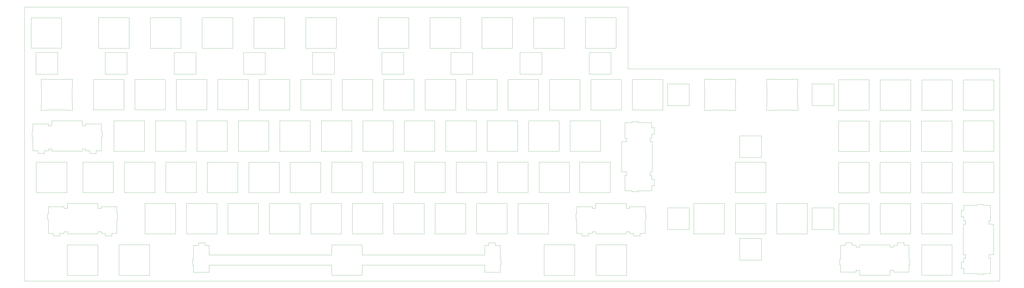
<source format=gm1>
%TF.GenerationSoftware,KiCad,Pcbnew,8.0.5*%
%TF.CreationDate,2025-03-31T08:05:36+02:00*%
%TF.ProjectId,A500KBPlate,41353030-4b42-4506-9c61-74652e6b6963,rev?*%
%TF.SameCoordinates,Original*%
%TF.FileFunction,Profile,NP*%
%FSLAX46Y46*%
G04 Gerber Fmt 4.6, Leading zero omitted, Abs format (unit mm)*
G04 Created by KiCad (PCBNEW 8.0.5) date 2025-03-31 08:05:36*
%MOMM*%
%LPD*%
G01*
G04 APERTURE LIST*
%TA.AperFunction,Profile*%
%ADD10C,0.050000*%
%TD*%
%TA.AperFunction,Profile*%
%ADD11C,0.120000*%
%TD*%
%TA.AperFunction,Profile*%
%ADD12C,0.100000*%
%TD*%
G04 APERTURE END LIST*
D10*
X25400000Y-234220000D02*
X26035000Y-234220000D01*
X25400000Y-360680000D02*
X25400000Y-234220000D01*
X26035000Y-234220000D02*
X302895000Y-234220000D01*
X473710000Y-262795000D02*
X473710000Y-360680000D01*
X302895000Y-262795000D02*
X473710000Y-262795000D01*
X302895000Y-234220000D02*
X302895000Y-262795000D01*
X473710000Y-360680000D02*
X25400000Y-360680000D01*
D11*
%TO.C,MX71*%
X280626400Y-319836600D02*
X280626400Y-305816600D01*
X294646400Y-305816600D02*
X280626400Y-305816600D01*
X294646400Y-305816600D02*
X294646400Y-319836600D01*
X294646400Y-319836600D02*
X280626400Y-319836600D01*
X299952400Y-296297600D02*
X299952400Y-310297600D01*
X301422400Y-287572600D02*
X304652400Y-287572600D01*
X301422400Y-294722600D02*
X301422400Y-287572600D01*
X301422400Y-311872600D02*
X301422400Y-319022600D01*
X301422400Y-319022600D02*
X304652400Y-319022600D01*
X302222400Y-294722600D02*
X301422400Y-294722600D01*
X302222400Y-296297600D02*
X299952400Y-296297600D01*
X302222400Y-296297600D02*
X302222400Y-294722600D01*
X302222400Y-310297600D02*
X299952400Y-310297600D01*
X302222400Y-311872600D02*
X301422400Y-311872600D01*
X302222400Y-311872600D02*
X302222400Y-310297600D01*
X304652400Y-287197600D02*
X307452400Y-287197600D01*
X304652400Y-287572600D02*
X304652400Y-287197600D01*
X304652400Y-319022600D02*
X304652400Y-319397600D01*
X304652400Y-319397600D02*
X307452400Y-319397600D01*
X307452400Y-287572600D02*
X307452400Y-287197600D01*
X307452400Y-319022600D02*
X307452400Y-319397600D01*
X312922400Y-294722600D02*
X312922400Y-296297600D01*
X312922400Y-296297600D02*
X313952400Y-296297600D01*
X312922400Y-310297600D02*
X313952400Y-310297600D01*
X312922400Y-311872600D02*
X312922400Y-310297600D01*
X313722400Y-287572600D02*
X307452400Y-287572600D01*
X313722400Y-289897600D02*
X313722400Y-287572600D01*
X313722400Y-294722600D02*
X312922400Y-294722600D01*
X313722400Y-294722600D02*
X313722400Y-292897600D01*
X313722400Y-311872600D02*
X312922400Y-311872600D01*
X313722400Y-313697600D02*
X313722400Y-311872600D01*
X313722400Y-319022600D02*
X307452400Y-319022600D01*
X313722400Y-319022600D02*
X313722400Y-316697600D01*
X313952400Y-310297600D02*
X313952400Y-296297600D01*
X314922400Y-289897600D02*
X313722400Y-289897600D01*
X314922400Y-292897600D02*
X313722400Y-292897600D01*
X314922400Y-292897600D02*
X314922400Y-289897600D01*
X314922400Y-313697600D02*
X313722400Y-313697600D01*
X314922400Y-313697600D02*
X314922400Y-316697600D01*
X314922400Y-316697600D02*
X313722400Y-316697600D01*
%TO.C,MX5+11*%
X60695000Y-338646400D02*
X60695000Y-337846400D01*
X62520000Y-338646400D02*
X60695000Y-338646400D01*
X65520000Y-339846400D02*
X65520000Y-338646400D01*
X62520000Y-339846400D02*
X62520000Y-338646400D01*
X67845000Y-338646400D02*
X67845000Y-332376400D01*
X62520000Y-339846400D02*
X65520000Y-339846400D01*
X45120000Y-327146400D02*
X45120000Y-324876400D01*
X59120000Y-338876400D02*
X45120000Y-338876400D01*
X59120000Y-337846400D02*
X59120000Y-338876400D01*
X45120000Y-324876400D02*
X59120000Y-324876400D01*
X60695000Y-326346400D02*
X67845000Y-326346400D01*
X67845000Y-338646400D02*
X65520000Y-338646400D01*
X60695000Y-337846400D02*
X59120000Y-337846400D01*
X67845000Y-332376400D02*
X68220000Y-332376400D01*
X67845000Y-329576400D02*
X68220000Y-329576400D01*
X68220000Y-329576400D02*
X68220000Y-332376400D01*
X67845000Y-326346400D02*
X67845000Y-329576400D01*
X60695000Y-327146400D02*
X60695000Y-326346400D01*
X60695000Y-327146400D02*
X59120000Y-327146400D01*
X59120000Y-327146400D02*
X59120000Y-324876400D01*
X38720000Y-339846400D02*
X38720000Y-338646400D01*
X41720000Y-339846400D02*
X41720000Y-338646400D01*
X36395000Y-338646400D02*
X36395000Y-332376400D01*
X41720000Y-339846400D02*
X38720000Y-339846400D01*
X43545000Y-326346400D02*
X36395000Y-326346400D01*
X38720000Y-338646400D02*
X36395000Y-338646400D01*
X36020000Y-329576400D02*
X36020000Y-332376400D01*
X36395000Y-332376400D02*
X36020000Y-332376400D01*
X43545000Y-327146400D02*
X43545000Y-326346400D01*
X36395000Y-329576400D02*
X36020000Y-329576400D01*
X43545000Y-338646400D02*
X43545000Y-337846400D01*
X43545000Y-338646400D02*
X41720000Y-338646400D01*
X36395000Y-326346400D02*
X36395000Y-329576400D01*
X45120000Y-327146400D02*
X43545000Y-327146400D01*
X45120000Y-337846400D02*
X45120000Y-338876400D01*
X43545000Y-337846400D02*
X45120000Y-337846400D01*
%TO.C,MX1*%
X28448400Y-239217600D02*
X42468400Y-239217600D01*
X28448400Y-253237600D02*
X28448400Y-239217600D01*
X42468400Y-239217600D02*
X42468400Y-253237600D01*
X42468400Y-253237600D02*
X28448400Y-253237600D01*
%TO.C,MX2*%
X33033600Y-267475600D02*
X33033600Y-269675600D01*
X33033600Y-269675600D02*
X33133600Y-269675600D01*
X33033600Y-279675600D02*
X33033600Y-281875600D01*
X33033600Y-279675600D02*
X33133600Y-279675600D01*
X33133600Y-269675600D02*
X33133600Y-271675600D01*
X33133600Y-271675600D02*
X33233600Y-271675600D01*
X33133600Y-277675600D02*
X33133600Y-279675600D01*
X33133600Y-277675600D02*
X33233600Y-277675600D01*
X33233600Y-277675600D02*
X33233600Y-271675600D01*
X35233600Y-267475600D02*
X33033600Y-267475600D01*
X35233600Y-267475600D02*
X35233600Y-267575600D01*
X35233600Y-281775600D02*
X35233600Y-281875600D01*
X35233600Y-281875600D02*
X33033600Y-281875600D01*
X37233600Y-267575600D02*
X35233600Y-267575600D01*
X37233600Y-267575600D02*
X37233600Y-267675600D01*
X37233600Y-267675600D02*
X43233600Y-267675600D01*
X37233600Y-281675600D02*
X37233600Y-281775600D01*
X37233600Y-281775600D02*
X35233600Y-281775600D01*
X43233600Y-267575600D02*
X43233600Y-267675600D01*
X43233600Y-281675600D02*
X37233600Y-281675600D01*
X43233600Y-281675600D02*
X43233600Y-281775600D01*
X45233600Y-267475600D02*
X45233600Y-267575600D01*
X45233600Y-267575600D02*
X43233600Y-267575600D01*
X45233600Y-281775600D02*
X43233600Y-281775600D01*
X45233600Y-281775600D02*
X45233600Y-281875600D01*
X47233600Y-271675600D02*
X47233600Y-277675600D01*
X47233600Y-271675600D02*
X47333600Y-271675600D01*
X47233600Y-277675600D02*
X47333600Y-277675600D01*
X47333600Y-269675600D02*
X47333600Y-271675600D01*
X47333600Y-269675600D02*
X47433600Y-269675600D01*
X47333600Y-277675600D02*
X47333600Y-279675600D01*
X47333600Y-279675600D02*
X47433600Y-279675600D01*
X47433600Y-267475600D02*
X45233600Y-267475600D01*
X47433600Y-267475600D02*
X47433600Y-269675600D01*
X47433600Y-279675600D02*
X47433600Y-281875600D01*
X47433600Y-281875600D02*
X45233600Y-281875600D01*
%TO.C,MX4*%
X30774800Y-305747200D02*
X44874800Y-305747200D01*
X30774800Y-319847200D02*
X30774800Y-305747200D01*
X44874800Y-305747200D02*
X44874800Y-319847200D01*
X44874800Y-319847200D02*
X30774800Y-319847200D01*
%TO.C,MX6*%
X45041200Y-343948800D02*
X59141200Y-343948800D01*
X45041200Y-358048800D02*
X45041200Y-343948800D01*
X59141200Y-343948800D02*
X59141200Y-358048800D01*
X59141200Y-358048800D02*
X45041200Y-358048800D01*
%TO.C,MX8*%
X57099600Y-267665600D02*
X71119600Y-267665600D01*
X57099600Y-281685600D02*
X57099600Y-267665600D01*
X71119600Y-267665600D02*
X71119600Y-281685600D01*
X71119600Y-281685600D02*
X57099600Y-281685600D01*
%TO.C,MX10*%
X52252400Y-305787200D02*
X66272400Y-305787200D01*
X52252400Y-319807200D02*
X52252400Y-305787200D01*
X66272400Y-305787200D02*
X66272400Y-319807200D01*
X66272400Y-319807200D02*
X52252400Y-319807200D01*
%TO.C,MX12*%
X68845200Y-343927200D02*
X82945200Y-343927200D01*
X68845200Y-358027200D02*
X68845200Y-343927200D01*
X82945200Y-343927200D02*
X82945200Y-358027200D01*
X82945200Y-358027200D02*
X68845200Y-358027200D01*
%TO.C,MX13*%
X83221600Y-239177600D02*
X97321600Y-239177600D01*
X83221600Y-253277600D02*
X83221600Y-239177600D01*
X97321600Y-239177600D02*
X97321600Y-253277600D01*
X97321600Y-253277600D02*
X83221600Y-253277600D01*
%TO.C,MX14*%
X76149600Y-267665600D02*
X90169600Y-267665600D01*
X76149600Y-281685600D02*
X76149600Y-267665600D01*
X90169600Y-267665600D02*
X90169600Y-281685600D01*
X90169600Y-281685600D02*
X76149600Y-281685600D01*
%TO.C,MX16*%
X71323600Y-305816400D02*
X85343600Y-305816400D01*
X71323600Y-319836400D02*
X71323600Y-305816400D01*
X85343600Y-305816400D02*
X85343600Y-319836400D01*
X85343600Y-319836400D02*
X71323600Y-319836400D01*
%TO.C,MX17*%
X80823200Y-324866400D02*
X94843200Y-324866400D01*
X80823200Y-338886400D02*
X80823200Y-324866400D01*
X94843200Y-324866400D02*
X94843200Y-338886400D01*
X94843200Y-338886400D02*
X80823200Y-338886400D01*
%TO.C,MX18*%
X107046800Y-239177600D02*
X121146800Y-239177600D01*
X107046800Y-253277600D02*
X107046800Y-239177600D01*
X121146800Y-239177600D02*
X121146800Y-253277600D01*
X121146800Y-253277600D02*
X107046800Y-253277600D01*
%TO.C,MX19*%
X95199600Y-267665600D02*
X109219600Y-267665600D01*
X95199600Y-281685600D02*
X95199600Y-267665600D01*
X109219600Y-267665600D02*
X109219600Y-281685600D01*
X109219600Y-281685600D02*
X95199600Y-281685600D01*
%TO.C,MX20*%
X104648400Y-286741000D02*
X118668400Y-286741000D01*
X104648400Y-300761000D02*
X104648400Y-286741000D01*
X118668400Y-286741000D02*
X118668400Y-300761000D01*
X118668400Y-300761000D02*
X104648400Y-300761000D01*
%TO.C,MX21*%
X90373600Y-305816400D02*
X104393600Y-305816400D01*
X90373600Y-319836400D02*
X90373600Y-305816400D01*
X104393600Y-305816400D02*
X104393600Y-319836400D01*
X104393600Y-319836400D02*
X90373600Y-319836400D01*
%TO.C,MX22*%
X99873200Y-324866400D02*
X113893200Y-324866400D01*
X99873200Y-338886400D02*
X99873200Y-324866400D01*
X113893200Y-324866400D02*
X113893200Y-338886400D01*
X113893200Y-338886400D02*
X99873200Y-338886400D01*
%TO.C,MX23*%
X130872000Y-239177600D02*
X144972000Y-239177600D01*
X130872000Y-253277600D02*
X130872000Y-239177600D01*
X144972000Y-239177600D02*
X144972000Y-253277600D01*
X144972000Y-253277600D02*
X130872000Y-253277600D01*
%TO.C,MX24*%
X114249600Y-267665600D02*
X128269600Y-267665600D01*
X114249600Y-281685600D02*
X114249600Y-267665600D01*
X128269600Y-267665600D02*
X128269600Y-281685600D01*
X128269600Y-281685600D02*
X114249600Y-281685600D01*
%TO.C,MX25*%
X123698400Y-286766400D02*
X137718400Y-286766400D01*
X123698400Y-300786400D02*
X123698400Y-286766400D01*
X137718400Y-286766400D02*
X137718400Y-300786400D01*
X137718400Y-300786400D02*
X123698400Y-300786400D01*
%TO.C,MX26*%
X109444800Y-305838000D02*
X123464800Y-305838000D01*
X109444800Y-319858000D02*
X109444800Y-305838000D01*
X123464800Y-305838000D02*
X123464800Y-319858000D01*
X123464800Y-319858000D02*
X109444800Y-319858000D01*
%TO.C,MX27*%
X118923200Y-324866400D02*
X132943200Y-324866400D01*
X118923200Y-338886400D02*
X118923200Y-324866400D01*
X132943200Y-324866400D02*
X132943200Y-338886400D01*
X132943200Y-338886400D02*
X118923200Y-338886400D01*
%TO.C,MX28*%
X154697200Y-239177600D02*
X168797200Y-239177600D01*
X154697200Y-253277600D02*
X154697200Y-239177600D01*
X168797200Y-239177600D02*
X168797200Y-253277600D01*
X168797200Y-253277600D02*
X154697200Y-253277600D01*
%TO.C,MX30*%
X142748400Y-286766400D02*
X156768400Y-286766400D01*
X142748400Y-300786400D02*
X142748400Y-286766400D01*
X156768400Y-286766400D02*
X156768400Y-300786400D01*
X156768400Y-300786400D02*
X142748400Y-300786400D01*
%TO.C,MX32*%
X137973200Y-324866400D02*
X151993200Y-324866400D01*
X137973200Y-338886400D02*
X137973200Y-324866400D01*
X151993200Y-324866400D02*
X151993200Y-338886400D01*
X151993200Y-338886400D02*
X137973200Y-338886400D01*
%TO.C,MX34*%
X187971200Y-239177600D02*
X202071200Y-239177600D01*
X187971200Y-253277600D02*
X187971200Y-239177600D01*
X202071200Y-239177600D02*
X202071200Y-253277600D01*
X202071200Y-253277600D02*
X187971200Y-253277600D01*
%TO.C,MX35*%
X152400400Y-267716400D02*
X166420400Y-267716400D01*
X152400400Y-281736400D02*
X152400400Y-267716400D01*
X166420400Y-267716400D02*
X166420400Y-281736400D01*
X166420400Y-281736400D02*
X152400400Y-281736400D01*
%TO.C,MX37*%
X147553200Y-305838000D02*
X161573200Y-305838000D01*
X147553200Y-319858000D02*
X147553200Y-305838000D01*
X161573200Y-305838000D02*
X161573200Y-319858000D01*
X161573200Y-319858000D02*
X147553200Y-319858000D01*
%TO.C,MX38*%
X157074000Y-324866400D02*
X171094000Y-324866400D01*
X157074000Y-338886400D02*
X157074000Y-324866400D01*
X171094000Y-324866400D02*
X171094000Y-338886400D01*
X171094000Y-338886400D02*
X157074000Y-338886400D01*
%TO.C,MX39*%
X211796400Y-239177600D02*
X225896400Y-239177600D01*
X211796400Y-253277600D02*
X211796400Y-239177600D01*
X225896400Y-239177600D02*
X225896400Y-253277600D01*
X225896400Y-253277600D02*
X211796400Y-253277600D01*
%TO.C,MX40*%
X171450400Y-267716400D02*
X185470400Y-267716400D01*
X171450400Y-281736400D02*
X171450400Y-267716400D01*
X185470400Y-267716400D02*
X185470400Y-281736400D01*
X185470400Y-281736400D02*
X171450400Y-281736400D01*
%TO.C,MX41*%
X180950000Y-286766400D02*
X194970000Y-286766400D01*
X180950000Y-300786400D02*
X180950000Y-286766400D01*
X194970000Y-286766400D02*
X194970000Y-300786400D01*
X194970000Y-300786400D02*
X180950000Y-300786400D01*
%TO.C,MX42*%
X166624400Y-305816400D02*
X180644400Y-305816400D01*
X166624400Y-319836400D02*
X166624400Y-305816400D01*
X180644400Y-305816400D02*
X180644400Y-319836400D01*
X180644400Y-319836400D02*
X166624400Y-319836400D01*
%TO.C,MX43*%
X176102800Y-324866400D02*
X190122800Y-324866400D01*
X176102800Y-338886400D02*
X176102800Y-324866400D01*
X190122800Y-324866400D02*
X190122800Y-338886400D01*
X190122800Y-338886400D02*
X176102800Y-338886400D01*
%TO.C,MX45*%
X190500400Y-267716400D02*
X204520400Y-267716400D01*
X190500400Y-281736400D02*
X190500400Y-267716400D01*
X204520400Y-267716400D02*
X204520400Y-281736400D01*
X204520400Y-281736400D02*
X190500400Y-281736400D01*
%TO.C,MX46*%
X200000000Y-286766400D02*
X214020000Y-286766400D01*
X200000000Y-300786400D02*
X200000000Y-286766400D01*
X214020000Y-286766400D02*
X214020000Y-300786400D01*
X214020000Y-300786400D02*
X200000000Y-300786400D01*
%TO.C,MX47*%
X185674400Y-305816400D02*
X199694400Y-305816400D01*
X185674400Y-319836400D02*
X185674400Y-305816400D01*
X199694400Y-305816400D02*
X199694400Y-319836400D01*
X199694400Y-319836400D02*
X185674400Y-319836400D01*
%TO.C,MX49*%
X259468000Y-239199200D02*
X273568000Y-239199200D01*
X259468000Y-253299200D02*
X259468000Y-239199200D01*
X273568000Y-239199200D02*
X273568000Y-253299200D01*
X273568000Y-253299200D02*
X259468000Y-253299200D01*
%TO.C,MX50*%
X209601200Y-267716400D02*
X223621200Y-267716400D01*
X209601200Y-281736400D02*
X209601200Y-267716400D01*
X223621200Y-267716400D02*
X223621200Y-281736400D01*
X223621200Y-281736400D02*
X209601200Y-281736400D01*
%TO.C,MX51*%
X219100800Y-286766400D02*
X233120800Y-286766400D01*
X219100800Y-300786400D02*
X219100800Y-286766400D01*
X233120800Y-286766400D02*
X233120800Y-300786400D01*
X233120800Y-300786400D02*
X219100800Y-300786400D01*
%TO.C,MX52*%
X204775200Y-305816400D02*
X218795200Y-305816400D01*
X204775200Y-319836400D02*
X204775200Y-305816400D01*
X218795200Y-305816400D02*
X218795200Y-319836400D01*
X218795200Y-319836400D02*
X204775200Y-319836400D01*
%TO.C,MX53*%
X214173200Y-324866400D02*
X228193200Y-324866400D01*
X214173200Y-338886400D02*
X214173200Y-324866400D01*
X228193200Y-324866400D02*
X228193200Y-338886400D01*
X228193200Y-338886400D02*
X214173200Y-338886400D01*
%TO.C,MX54*%
X283272000Y-239177600D02*
X297372000Y-239177600D01*
X283272000Y-253277600D02*
X283272000Y-239177600D01*
X297372000Y-239177600D02*
X297372000Y-253277600D01*
X297372000Y-253277600D02*
X283272000Y-253277600D01*
%TO.C,MX55*%
X228651200Y-267716400D02*
X242671200Y-267716400D01*
X228651200Y-281736400D02*
X228651200Y-267716400D01*
X242671200Y-267716400D02*
X242671200Y-281736400D01*
X242671200Y-281736400D02*
X228651200Y-281736400D01*
%TO.C,MX56*%
X238150800Y-286766400D02*
X252170800Y-286766400D01*
X238150800Y-300786400D02*
X238150800Y-286766400D01*
X252170800Y-286766400D02*
X252170800Y-300786400D01*
X252170800Y-300786400D02*
X238150800Y-300786400D01*
%TO.C,MX57*%
X223876000Y-305816400D02*
X237896000Y-305816400D01*
X223876000Y-319836400D02*
X223876000Y-305816400D01*
X237896000Y-305816400D02*
X237896000Y-319836400D01*
X237896000Y-319836400D02*
X223876000Y-319836400D01*
%TO.C,MX58*%
X233223200Y-324866400D02*
X247243200Y-324866400D01*
X233223200Y-338886400D02*
X233223200Y-324866400D01*
X247243200Y-324866400D02*
X247243200Y-338886400D01*
X247243200Y-338886400D02*
X233223200Y-338886400D01*
%TO.C,MX59*%
X264251600Y-343898000D02*
X278351600Y-343898000D01*
X264251600Y-357998000D02*
X264251600Y-343898000D01*
X278351600Y-343898000D02*
X278351600Y-357998000D01*
X278351600Y-357998000D02*
X264251600Y-357998000D01*
%TO.C,MX60*%
X247701200Y-267716400D02*
X261721200Y-267716400D01*
X247701200Y-281736400D02*
X247701200Y-267716400D01*
X261721200Y-267716400D02*
X261721200Y-281736400D01*
X261721200Y-281736400D02*
X247701200Y-281736400D01*
%TO.C,MX61*%
X257200800Y-286766400D02*
X271220800Y-286766400D01*
X257200800Y-300786400D02*
X257200800Y-286766400D01*
X271220800Y-286766400D02*
X271220800Y-300786400D01*
X271220800Y-300786400D02*
X257200800Y-300786400D01*
%TO.C,MX62*%
X242926000Y-305816400D02*
X256946000Y-305816400D01*
X242926000Y-319836400D02*
X242926000Y-305816400D01*
X256946000Y-305816400D02*
X256946000Y-319836400D01*
X256946000Y-319836400D02*
X242926000Y-319836400D01*
%TO.C,MX63*%
X252273200Y-324866400D02*
X266293200Y-324866400D01*
X252273200Y-338886400D02*
X252273200Y-324866400D01*
X266293200Y-324866400D02*
X266293200Y-338886400D01*
X266293200Y-338886400D02*
X252273200Y-338886400D01*
%TO.C,MX64*%
X288127600Y-343898000D02*
X302227600Y-343898000D01*
X288127600Y-357998000D02*
X288127600Y-343898000D01*
X302227600Y-343898000D02*
X302227600Y-357998000D01*
X302227600Y-357998000D02*
X288127600Y-357998000D01*
%TO.C,MX65*%
X266751200Y-267716400D02*
X280771200Y-267716400D01*
X266751200Y-281736400D02*
X266751200Y-267716400D01*
X280771200Y-267716400D02*
X280771200Y-281736400D01*
X280771200Y-281736400D02*
X266751200Y-281736400D01*
%TO.C,MX67*%
X261976000Y-305816400D02*
X275996000Y-305816400D01*
X261976000Y-319836400D02*
X261976000Y-305816400D01*
X275996000Y-305816400D02*
X275996000Y-319836400D01*
X275996000Y-319836400D02*
X261976000Y-319836400D01*
%TO.C,MX68*%
X278895600Y-329576400D02*
X278895600Y-332376400D01*
X279270600Y-326346400D02*
X279270600Y-329576400D01*
X279270600Y-329576400D02*
X278895600Y-329576400D01*
X279270600Y-332376400D02*
X278895600Y-332376400D01*
X279270600Y-338646400D02*
X279270600Y-332376400D01*
X281595600Y-338646400D02*
X279270600Y-338646400D01*
X281595600Y-339846400D02*
X281595600Y-338646400D01*
X284595600Y-339846400D02*
X281595600Y-339846400D01*
X284595600Y-339846400D02*
X284595600Y-338646400D01*
X286420600Y-326346400D02*
X279270600Y-326346400D01*
X286420600Y-327146400D02*
X286420600Y-326346400D01*
X286420600Y-337846400D02*
X287995600Y-337846400D01*
X286420600Y-338646400D02*
X284595600Y-338646400D01*
X286420600Y-338646400D02*
X286420600Y-337846400D01*
X287995600Y-324876400D02*
X301995600Y-324876400D01*
X287995600Y-327146400D02*
X286420600Y-327146400D01*
X287995600Y-327146400D02*
X287995600Y-324876400D01*
X287995600Y-337846400D02*
X287995600Y-338876400D01*
X301995600Y-327146400D02*
X301995600Y-324876400D01*
X301995600Y-337846400D02*
X301995600Y-338876400D01*
X301995600Y-338876400D02*
X287995600Y-338876400D01*
X303570600Y-326346400D02*
X310720600Y-326346400D01*
X303570600Y-327146400D02*
X301995600Y-327146400D01*
X303570600Y-327146400D02*
X303570600Y-326346400D01*
X303570600Y-337846400D02*
X301995600Y-337846400D01*
X303570600Y-338646400D02*
X303570600Y-337846400D01*
X305395600Y-338646400D02*
X303570600Y-338646400D01*
X305395600Y-339846400D02*
X305395600Y-338646400D01*
X305395600Y-339846400D02*
X308395600Y-339846400D01*
X308395600Y-339846400D02*
X308395600Y-338646400D01*
X310720600Y-326346400D02*
X310720600Y-329576400D01*
X310720600Y-329576400D02*
X311095600Y-329576400D01*
X310720600Y-332376400D02*
X311095600Y-332376400D01*
X310720600Y-338646400D02*
X308395600Y-338646400D01*
X310720600Y-338646400D02*
X310720600Y-332376400D01*
X311095600Y-329576400D02*
X311095600Y-332376400D01*
%TO.C,MX69*%
X285801200Y-267716400D02*
X299821200Y-267716400D01*
X285801200Y-281736400D02*
X285801200Y-267716400D01*
X299821200Y-267716400D02*
X299821200Y-281736400D01*
X299821200Y-281736400D02*
X285801200Y-281736400D01*
%TO.C,MX72*%
X304851200Y-267716400D02*
X318871200Y-267716400D01*
X304851200Y-281736400D02*
X304851200Y-267716400D01*
X318871200Y-267716400D02*
X318871200Y-281736400D01*
X318871200Y-281736400D02*
X304851200Y-281736400D01*
%TO.C,MX73*%
X337914000Y-267526400D02*
X337914000Y-269726400D01*
X337914000Y-269726400D02*
X338014000Y-269726400D01*
X337914000Y-279726400D02*
X337914000Y-281926400D01*
X337914000Y-279726400D02*
X338014000Y-279726400D01*
X338014000Y-269726400D02*
X338014000Y-271726400D01*
X338014000Y-271726400D02*
X338114000Y-271726400D01*
X338014000Y-277726400D02*
X338014000Y-279726400D01*
X338014000Y-277726400D02*
X338114000Y-277726400D01*
X338114000Y-277726400D02*
X338114000Y-271726400D01*
X340114000Y-267526400D02*
X337914000Y-267526400D01*
X340114000Y-267526400D02*
X340114000Y-267626400D01*
X340114000Y-281826400D02*
X340114000Y-281926400D01*
X340114000Y-281926400D02*
X337914000Y-281926400D01*
X342114000Y-267626400D02*
X340114000Y-267626400D01*
X342114000Y-267626400D02*
X342114000Y-267726400D01*
X342114000Y-267726400D02*
X348114000Y-267726400D01*
X342114000Y-281726400D02*
X342114000Y-281826400D01*
X342114000Y-281826400D02*
X340114000Y-281826400D01*
X348114000Y-267626400D02*
X348114000Y-267726400D01*
X348114000Y-281726400D02*
X342114000Y-281726400D01*
X348114000Y-281726400D02*
X348114000Y-281826400D01*
X350114000Y-267526400D02*
X350114000Y-267626400D01*
X350114000Y-267626400D02*
X348114000Y-267626400D01*
X350114000Y-281826400D02*
X348114000Y-281826400D01*
X350114000Y-281826400D02*
X350114000Y-281926400D01*
X352114000Y-271726400D02*
X352114000Y-277726400D01*
X352114000Y-271726400D02*
X352214000Y-271726400D01*
X352114000Y-277726400D02*
X352214000Y-277726400D01*
X352214000Y-269726400D02*
X352214000Y-271726400D01*
X352214000Y-269726400D02*
X352314000Y-269726400D01*
X352214000Y-277726400D02*
X352214000Y-279726400D01*
X352214000Y-279726400D02*
X352314000Y-279726400D01*
X352314000Y-267526400D02*
X350114000Y-267526400D01*
X352314000Y-267526400D02*
X352314000Y-269726400D01*
X352314000Y-279726400D02*
X352314000Y-281926400D01*
X352314000Y-281926400D02*
X350114000Y-281926400D01*
%TO.C,MX74*%
X333146800Y-324866400D02*
X347166800Y-324866400D01*
X333146800Y-338886400D02*
X333146800Y-324866400D01*
X347166800Y-324866400D02*
X347166800Y-338886400D01*
X347166800Y-338886400D02*
X333146800Y-338886400D01*
%TO.C,MX75*%
X352196800Y-305816400D02*
X366216800Y-305816400D01*
X352196800Y-319836400D02*
X352196800Y-305816400D01*
X366216800Y-305816400D02*
X366216800Y-319836400D01*
X366216800Y-319836400D02*
X352196800Y-319836400D01*
%TO.C,MX76*%
X352226400Y-324866400D02*
X366246400Y-324866400D01*
X352226400Y-338886400D02*
X352226400Y-324866400D01*
X366246400Y-324866400D02*
X366246400Y-338886400D01*
X366246400Y-338886400D02*
X352226400Y-338886400D01*
%TO.C,MX77*%
X366514400Y-267526400D02*
X366514400Y-269726400D01*
X366514400Y-269726400D02*
X366614400Y-269726400D01*
X366514400Y-279726400D02*
X366514400Y-281926400D01*
X366514400Y-279726400D02*
X366614400Y-279726400D01*
X366614400Y-269726400D02*
X366614400Y-271726400D01*
X366614400Y-271726400D02*
X366714400Y-271726400D01*
X366614400Y-277726400D02*
X366614400Y-279726400D01*
X366614400Y-277726400D02*
X366714400Y-277726400D01*
X366714400Y-277726400D02*
X366714400Y-271726400D01*
X368714400Y-267526400D02*
X366514400Y-267526400D01*
X368714400Y-267526400D02*
X368714400Y-267626400D01*
X368714400Y-281826400D02*
X368714400Y-281926400D01*
X368714400Y-281926400D02*
X366514400Y-281926400D01*
X370714400Y-267626400D02*
X368714400Y-267626400D01*
X370714400Y-267626400D02*
X370714400Y-267726400D01*
X370714400Y-267726400D02*
X376714400Y-267726400D01*
X370714400Y-281726400D02*
X370714400Y-281826400D01*
X370714400Y-281826400D02*
X368714400Y-281826400D01*
X376714400Y-267626400D02*
X376714400Y-267726400D01*
X376714400Y-281726400D02*
X370714400Y-281726400D01*
X376714400Y-281726400D02*
X376714400Y-281826400D01*
X378714400Y-267526400D02*
X378714400Y-267626400D01*
X378714400Y-267626400D02*
X376714400Y-267626400D01*
X378714400Y-281826400D02*
X376714400Y-281826400D01*
X378714400Y-281826400D02*
X378714400Y-281926400D01*
X380714400Y-271726400D02*
X380714400Y-277726400D01*
X380714400Y-271726400D02*
X380814400Y-271726400D01*
X380714400Y-277726400D02*
X380814400Y-277726400D01*
X380814400Y-269726400D02*
X380814400Y-271726400D01*
X380814400Y-269726400D02*
X380914400Y-269726400D01*
X380814400Y-277726400D02*
X380814400Y-279726400D01*
X380814400Y-279726400D02*
X380914400Y-279726400D01*
X380914400Y-267526400D02*
X378714400Y-267526400D01*
X380914400Y-267526400D02*
X380914400Y-269726400D01*
X380914400Y-279726400D02*
X380914400Y-281926400D01*
X380914400Y-281926400D02*
X378714400Y-281926400D01*
%TO.C,MX78*%
X371246800Y-324866400D02*
X385266800Y-324866400D01*
X371246800Y-338886400D02*
X371246800Y-324866400D01*
X385266800Y-324866400D02*
X385266800Y-338886400D01*
X385266800Y-338886400D02*
X371246800Y-338886400D01*
%TO.C,MX79*%
X399694800Y-267767200D02*
X413714800Y-267767200D01*
X399694800Y-281787200D02*
X399694800Y-267767200D01*
X413714800Y-267767200D02*
X413714800Y-281787200D01*
X413714800Y-281787200D02*
X399694800Y-281787200D01*
%TO.C,MX80*%
X399694800Y-286817200D02*
X413714800Y-286817200D01*
X399694800Y-300837200D02*
X399694800Y-286817200D01*
X413714800Y-286817200D02*
X413714800Y-300837200D01*
X413714800Y-300837200D02*
X399694800Y-300837200D01*
%TO.C,MX81*%
X399694800Y-305867200D02*
X413714800Y-305867200D01*
X399694800Y-319887200D02*
X399694800Y-305867200D01*
X413714800Y-305867200D02*
X413714800Y-319887200D01*
X413714800Y-319887200D02*
X399694800Y-319887200D01*
%TO.C,MX82*%
X399724400Y-324888000D02*
X413744400Y-324888000D01*
X399724400Y-338908000D02*
X399724400Y-324888000D01*
X413744400Y-324888000D02*
X413744400Y-338908000D01*
X413744400Y-338908000D02*
X399724400Y-338908000D01*
%TO.C,MX83*%
X400174250Y-353251800D02*
X400174250Y-350451800D01*
X400549250Y-344181800D02*
X400549250Y-350451800D01*
X400549250Y-344181800D02*
X402874250Y-344181800D01*
X400549250Y-350451800D02*
X400174250Y-350451800D01*
X400549250Y-353251800D02*
X400174250Y-353251800D01*
X400549250Y-356481800D02*
X400549250Y-353251800D01*
X402874250Y-342981800D02*
X402874250Y-344181800D01*
X405874250Y-342981800D02*
X402874250Y-342981800D01*
X405874250Y-342981800D02*
X405874250Y-344181800D01*
X405874250Y-344181800D02*
X407699250Y-344181800D01*
X407699250Y-344181800D02*
X407699250Y-344981800D01*
X407699250Y-344981800D02*
X409274250Y-344981800D01*
X407699250Y-355681800D02*
X407699250Y-356481800D01*
X407699250Y-355681800D02*
X409274250Y-355681800D01*
X407699250Y-356481800D02*
X400549250Y-356481800D01*
X409274250Y-343951800D02*
X423274250Y-343951800D01*
X409274250Y-344981800D02*
X409274250Y-343951800D01*
X409274250Y-355681800D02*
X409274250Y-357951800D01*
X423274250Y-344981800D02*
X423274250Y-343951800D01*
X423274250Y-355681800D02*
X423274250Y-357951800D01*
X423274250Y-355681800D02*
X424849250Y-355681800D01*
X423274250Y-357951800D02*
X409274250Y-357951800D01*
X424849250Y-344181800D02*
X424849250Y-344981800D01*
X424849250Y-344181800D02*
X426674250Y-344181800D01*
X424849250Y-344981800D02*
X423274250Y-344981800D01*
X424849250Y-355681800D02*
X424849250Y-356481800D01*
X424849250Y-356481800D02*
X431999250Y-356481800D01*
X426674250Y-342981800D02*
X426674250Y-344181800D01*
X426674250Y-342981800D02*
X429674250Y-342981800D01*
X429674250Y-342981800D02*
X429674250Y-344181800D01*
X429674250Y-344181800D02*
X431999250Y-344181800D01*
X431999250Y-344181800D02*
X431999250Y-350451800D01*
X431999250Y-350451800D02*
X432374250Y-350451800D01*
X431999250Y-353251800D02*
X432374250Y-353251800D01*
X431999250Y-356481800D02*
X431999250Y-353251800D01*
X432374250Y-353251800D02*
X432374250Y-350451800D01*
%TO.C,MX85*%
X418744800Y-286817200D02*
X432764800Y-286817200D01*
X418744800Y-300837200D02*
X418744800Y-286817200D01*
X432764800Y-286817200D02*
X432764800Y-300837200D01*
X432764800Y-300837200D02*
X418744800Y-300837200D01*
%TO.C,MX86*%
X418744800Y-305867200D02*
X432764800Y-305867200D01*
X418744800Y-319887200D02*
X418744800Y-305867200D01*
X432764800Y-305867200D02*
X432764800Y-319887200D01*
X432764800Y-319887200D02*
X418744800Y-319887200D01*
%TO.C,MX87*%
X418774400Y-324888000D02*
X432794400Y-324888000D01*
X418774400Y-338908000D02*
X418774400Y-324888000D01*
X432794400Y-324888000D02*
X432794400Y-338908000D01*
X432794400Y-338908000D02*
X418774400Y-338908000D01*
%TO.C,MX88*%
X437896400Y-267818000D02*
X451916400Y-267818000D01*
X437896400Y-281838000D02*
X437896400Y-267818000D01*
X451916400Y-267818000D02*
X451916400Y-281838000D01*
X451916400Y-281838000D02*
X437896400Y-281838000D01*
%TO.C,MX89*%
X437794800Y-286817200D02*
X451814800Y-286817200D01*
X437794800Y-300837200D02*
X437794800Y-286817200D01*
X451814800Y-286817200D02*
X451814800Y-300837200D01*
X451814800Y-300837200D02*
X437794800Y-300837200D01*
%TO.C,MX90*%
X437845600Y-305867200D02*
X451865600Y-305867200D01*
X437845600Y-319887200D02*
X437845600Y-305867200D01*
X451865600Y-305867200D02*
X451865600Y-319887200D01*
X451865600Y-319887200D02*
X437845600Y-319887200D01*
%TO.C,MX91*%
X437845600Y-324866400D02*
X451865600Y-324866400D01*
X437845600Y-338886400D02*
X437845600Y-324866400D01*
X451865600Y-324866400D02*
X451865600Y-338886400D01*
X451865600Y-338886400D02*
X437845600Y-338886400D01*
%TO.C,MX92*%
X437824400Y-343938000D02*
X451844400Y-343938000D01*
X437824400Y-357958000D02*
X437824400Y-343938000D01*
X451844400Y-343938000D02*
X451844400Y-357958000D01*
X451844400Y-357958000D02*
X437824400Y-357958000D01*
%TO.C,MX93*%
X456997200Y-267818000D02*
X471017200Y-267818000D01*
X456997200Y-281838000D02*
X456997200Y-267818000D01*
X471017200Y-267818000D02*
X471017200Y-281838000D01*
X471017200Y-281838000D02*
X456997200Y-281838000D01*
%TO.C,MX94*%
X456997200Y-286766400D02*
X471017200Y-286766400D01*
X456997200Y-300786400D02*
X456997200Y-286766400D01*
X471017200Y-286766400D02*
X471017200Y-300786400D01*
X471017200Y-300786400D02*
X456997200Y-300786400D01*
%TO.C,MX95*%
X456997200Y-305816400D02*
X471017200Y-305816400D01*
X456997200Y-319836400D02*
X456997200Y-305816400D01*
X471017200Y-305816400D02*
X471017200Y-319836400D01*
X471017200Y-319836400D02*
X456997200Y-319836400D01*
%TO.C,MX96*%
X456011800Y-328026800D02*
X457211800Y-328026800D01*
X456011800Y-331026800D02*
X456011800Y-328026800D01*
X456011800Y-331026800D02*
X457211800Y-331026800D01*
X456011800Y-351826800D02*
X456011800Y-354826800D01*
X456011800Y-351826800D02*
X457211800Y-351826800D01*
X456011800Y-354826800D02*
X457211800Y-354826800D01*
X456981800Y-334426800D02*
X456981800Y-348426800D01*
X457211800Y-325701800D02*
X457211800Y-328026800D01*
X457211800Y-325701800D02*
X463481800Y-325701800D01*
X457211800Y-331026800D02*
X457211800Y-332851800D01*
X457211800Y-332851800D02*
X458011800Y-332851800D01*
X457211800Y-350001800D02*
X457211800Y-351826800D01*
X457211800Y-350001800D02*
X458011800Y-350001800D01*
X457211800Y-354826800D02*
X457211800Y-357151800D01*
X457211800Y-357151800D02*
X463481800Y-357151800D01*
X458011800Y-332851800D02*
X458011800Y-334426800D01*
X458011800Y-334426800D02*
X456981800Y-334426800D01*
X458011800Y-348426800D02*
X456981800Y-348426800D01*
X458011800Y-350001800D02*
X458011800Y-348426800D01*
X463481800Y-325701800D02*
X463481800Y-325326800D01*
X463481800Y-357151800D02*
X463481800Y-357526800D01*
X466281800Y-325326800D02*
X463481800Y-325326800D01*
X466281800Y-325701800D02*
X466281800Y-325326800D01*
X466281800Y-357151800D02*
X466281800Y-357526800D01*
X466281800Y-357526800D02*
X463481800Y-357526800D01*
X468711800Y-332851800D02*
X468711800Y-334426800D01*
X468711800Y-332851800D02*
X469511800Y-332851800D01*
X468711800Y-334426800D02*
X470981800Y-334426800D01*
X468711800Y-348426800D02*
X468711800Y-350001800D01*
X468711800Y-348426800D02*
X470981800Y-348426800D01*
X468711800Y-350001800D02*
X469511800Y-350001800D01*
X469511800Y-325701800D02*
X466281800Y-325701800D01*
X469511800Y-332851800D02*
X469511800Y-325701800D01*
X469511800Y-350001800D02*
X469511800Y-357151800D01*
X469511800Y-357151800D02*
X466281800Y-357151800D01*
X470981800Y-348426800D02*
X470981800Y-334426800D01*
%TO.C,MX9*%
X66527200Y-286737200D02*
X80547200Y-286737200D01*
X66527200Y-300757200D02*
X66527200Y-286737200D01*
X80547200Y-286737200D02*
X80547200Y-300757200D01*
X80547200Y-300757200D02*
X66527200Y-300757200D01*
%TO.C,MX15*%
X85598400Y-286741000D02*
X99618400Y-286741000D01*
X85598400Y-300761000D02*
X85598400Y-286741000D01*
X99618400Y-286741000D02*
X99618400Y-300761000D01*
X99618400Y-300761000D02*
X85598400Y-300761000D01*
%TO.C,MX7*%
X59447200Y-239177600D02*
X73547200Y-239177600D01*
X59447200Y-253277600D02*
X59447200Y-239177600D01*
X73547200Y-239177600D02*
X73547200Y-253277600D01*
X73547200Y-253277600D02*
X59447200Y-253277600D01*
%TO.C,MX3*%
X28877050Y-291447200D02*
X28877050Y-294247200D01*
X29252050Y-288217200D02*
X29252050Y-291447200D01*
X29252050Y-291447200D02*
X28877050Y-291447200D01*
X29252050Y-294247200D02*
X28877050Y-294247200D01*
X29252050Y-300517200D02*
X29252050Y-294247200D01*
X31577050Y-300517200D02*
X29252050Y-300517200D01*
X31577050Y-301717200D02*
X31577050Y-300517200D01*
X34577050Y-301717200D02*
X31577050Y-301717200D01*
X34577050Y-301717200D02*
X34577050Y-300517200D01*
X36402050Y-288217200D02*
X29252050Y-288217200D01*
X36402050Y-289017200D02*
X36402050Y-288217200D01*
X36402050Y-299717200D02*
X37977050Y-299717200D01*
X36402050Y-300517200D02*
X34577050Y-300517200D01*
X36402050Y-300517200D02*
X36402050Y-299717200D01*
X37977050Y-286747200D02*
X51977050Y-286747200D01*
X37977050Y-289017200D02*
X36402050Y-289017200D01*
X37977050Y-289017200D02*
X37977050Y-286747200D01*
X37977050Y-299717200D02*
X37977050Y-300747200D01*
X51977050Y-289017200D02*
X51977050Y-286747200D01*
X51977050Y-299717200D02*
X51977050Y-300747200D01*
X51977050Y-300747200D02*
X37977050Y-300747200D01*
X53552050Y-288217200D02*
X60702050Y-288217200D01*
X53552050Y-289017200D02*
X51977050Y-289017200D01*
X53552050Y-289017200D02*
X53552050Y-288217200D01*
X53552050Y-299717200D02*
X51977050Y-299717200D01*
X53552050Y-300517200D02*
X53552050Y-299717200D01*
X55377050Y-300517200D02*
X53552050Y-300517200D01*
X55377050Y-301717200D02*
X55377050Y-300517200D01*
X55377050Y-301717200D02*
X58377050Y-301717200D01*
X58377050Y-301717200D02*
X58377050Y-300517200D01*
X60702050Y-288217200D02*
X60702050Y-291447200D01*
X60702050Y-291447200D02*
X61077050Y-291447200D01*
X60702050Y-294247200D02*
X61077050Y-294247200D01*
X60702050Y-300517200D02*
X58377050Y-300517200D01*
X60702050Y-300517200D02*
X60702050Y-294247200D01*
X61077050Y-291447200D02*
X61077050Y-294247200D01*
%TO.C,MX36*%
X161900000Y-286766400D02*
X175920000Y-286766400D01*
X161900000Y-300786400D02*
X161900000Y-286766400D01*
X175920000Y-286766400D02*
X175920000Y-300786400D01*
X175920000Y-300786400D02*
X161900000Y-300786400D01*
%TO.C,MX31*%
X128524400Y-305838000D02*
X142544400Y-305838000D01*
X128524400Y-319858000D02*
X128524400Y-305838000D01*
X142544400Y-305838000D02*
X142544400Y-319858000D01*
X142544400Y-319858000D02*
X128524400Y-319858000D01*
%TO.C,MX29*%
X133329200Y-267687200D02*
X147349200Y-267687200D01*
X133329200Y-281707200D02*
X133329200Y-267687200D01*
X147349200Y-267687200D02*
X147349200Y-281707200D01*
X147349200Y-281707200D02*
X133329200Y-281707200D01*
%TO.C,MX48*%
X195123200Y-324866400D02*
X209143200Y-324866400D01*
X195123200Y-338886400D02*
X195123200Y-324866400D01*
X209143200Y-324866400D02*
X209143200Y-338886400D01*
X209143200Y-338886400D02*
X195123200Y-338886400D01*
%TO.C,MX66*%
X276250800Y-286766400D02*
X290270800Y-286766400D01*
X276250800Y-300786400D02*
X276250800Y-286766400D01*
X290270800Y-286766400D02*
X290270800Y-300786400D01*
X290270800Y-300786400D02*
X276250800Y-300786400D01*
%TO.C,MX84*%
X418795600Y-267818000D02*
X432815600Y-267818000D01*
X418795600Y-281838000D02*
X418795600Y-267818000D01*
X432815600Y-267818000D02*
X432815600Y-281838000D01*
X432815600Y-281838000D02*
X418795600Y-281838000D01*
%TO.C,MX44*%
X235621600Y-239177600D02*
X249721600Y-239177600D01*
X235621600Y-253277600D02*
X235621600Y-239177600D01*
X249721600Y-239177600D02*
X249721600Y-253277600D01*
X249721600Y-253277600D02*
X235621600Y-253277600D01*
%TO.C,MX33*%
X102719000Y-353331800D02*
X102719000Y-350531800D01*
X103094000Y-344261800D02*
X103094000Y-350531800D01*
X103094000Y-344261800D02*
X105419000Y-344261800D01*
X103094000Y-350531800D02*
X102719000Y-350531800D01*
X103094000Y-353331800D02*
X102719000Y-353331800D01*
X103094000Y-356561800D02*
X103094000Y-353331800D01*
X105419000Y-343061800D02*
X105419000Y-344261800D01*
X108419000Y-343061800D02*
X105419000Y-343061800D01*
X108419000Y-343061800D02*
X108419000Y-344261800D01*
X108419000Y-344261800D02*
X110244000Y-344261800D01*
X110244000Y-344261800D02*
X110244000Y-348651800D01*
X110244000Y-348651800D02*
X166609000Y-348651800D01*
X110244000Y-353251800D02*
X110244000Y-356561800D01*
X110244000Y-353251800D02*
X166609000Y-353251800D01*
X110244000Y-356561800D02*
X103094000Y-356561800D01*
X166609000Y-343951800D02*
X180609000Y-343951800D01*
X166609000Y-348651800D02*
X166609000Y-343951800D01*
X166609000Y-353251800D02*
X166609000Y-357951800D01*
X180609000Y-348651800D02*
X180609000Y-343951800D01*
X180609000Y-353251800D02*
X180609000Y-357951800D01*
X180609000Y-353251800D02*
X236974000Y-353251800D01*
X180609000Y-357951800D02*
X166609000Y-357951800D01*
X236974000Y-344261800D02*
X236974000Y-348651800D01*
X236974000Y-344261800D02*
X238799000Y-344261800D01*
X236974000Y-348651800D02*
X180609000Y-348651800D01*
X236974000Y-353251800D02*
X236974000Y-356561800D01*
X236974000Y-356561800D02*
X244124000Y-356561800D01*
X238799000Y-343061800D02*
X238799000Y-344261800D01*
X238799000Y-343061800D02*
X241799000Y-343061800D01*
X241799000Y-343061800D02*
X241799000Y-344261800D01*
X241799000Y-344261800D02*
X244124000Y-344261800D01*
X244124000Y-344261800D02*
X244124000Y-350531800D01*
X244124000Y-350531800D02*
X244499000Y-350531800D01*
X244124000Y-353331800D02*
X244499000Y-353331800D01*
X244124000Y-356561800D02*
X244124000Y-353331800D01*
X244499000Y-353331800D02*
X244499000Y-350531800D01*
%TO.C,LEDC6*%
D12*
X189638850Y-255200000D02*
X199638850Y-255200000D01*
X199638850Y-265200000D01*
X189638850Y-265200000D01*
X189638850Y-255200000D01*
%TO.C,LEDC10*%
X321000000Y-269726400D02*
X331000000Y-269726400D01*
X331000000Y-279726400D01*
X321000000Y-279726400D01*
X321000000Y-269726400D01*
%TO.C,LEDC7*%
X221425900Y-255200000D02*
X231425900Y-255200000D01*
X231425900Y-265200000D01*
X221425900Y-265200000D01*
X221425900Y-255200000D01*
%TO.C,LEDC5*%
X157851800Y-255200000D02*
X167851800Y-255200000D01*
X167851800Y-265200000D01*
X157851800Y-265200000D01*
X157851800Y-255200000D01*
%TO.C,LEDC12*%
X387500000Y-269726400D02*
X397500000Y-269726400D01*
X397500000Y-279726400D01*
X387500000Y-279726400D01*
X387500000Y-269726400D01*
%TO.C,LEDC13*%
X387500000Y-326876400D02*
X397500000Y-326876400D01*
X397500000Y-336876400D01*
X387500000Y-336876400D01*
X387500000Y-326876400D01*
%TO.C,LEDC9*%
X285000000Y-255200000D02*
X295000000Y-255200000D01*
X295000000Y-265200000D01*
X285000000Y-265200000D01*
X285000000Y-255200000D01*
%TO.C,LEDC3*%
X94277700Y-255200000D02*
X104277700Y-255200000D01*
X104277700Y-265200000D01*
X94277700Y-265200000D01*
X94277700Y-255200000D01*
%TO.C,LEDC15*%
X321000000Y-326850000D02*
X331000000Y-326850000D01*
X331000000Y-336850000D01*
X321000000Y-336850000D01*
X321000000Y-326850000D01*
%TO.C,LEDC1*%
X30703600Y-255200000D02*
X40703600Y-255200000D01*
X40703600Y-265200000D01*
X30703600Y-265200000D01*
X30703600Y-255200000D01*
%TO.C,LEDC2*%
X62490650Y-255200000D02*
X72490650Y-255200000D01*
X72490650Y-265200000D01*
X62490650Y-265200000D01*
X62490650Y-255200000D01*
%TO.C,LEDC11*%
X354150000Y-293700000D02*
X364150000Y-293700000D01*
X364150000Y-303700000D01*
X354150000Y-303700000D01*
X354150000Y-293700000D01*
%TO.C,LEDC4*%
X126064750Y-255200000D02*
X136064750Y-255200000D01*
X136064750Y-265200000D01*
X126064750Y-265200000D01*
X126064750Y-255200000D01*
%TO.C,LEDC8*%
X253212950Y-255200000D02*
X263212950Y-255200000D01*
X263212950Y-265200000D01*
X253212950Y-265200000D01*
X253212950Y-255200000D01*
%TO.C,LEDC14*%
X354200000Y-341000000D02*
X364200000Y-341000000D01*
X364200000Y-351000000D01*
X354200000Y-351000000D01*
X354200000Y-341000000D01*
%TD*%
M02*

</source>
